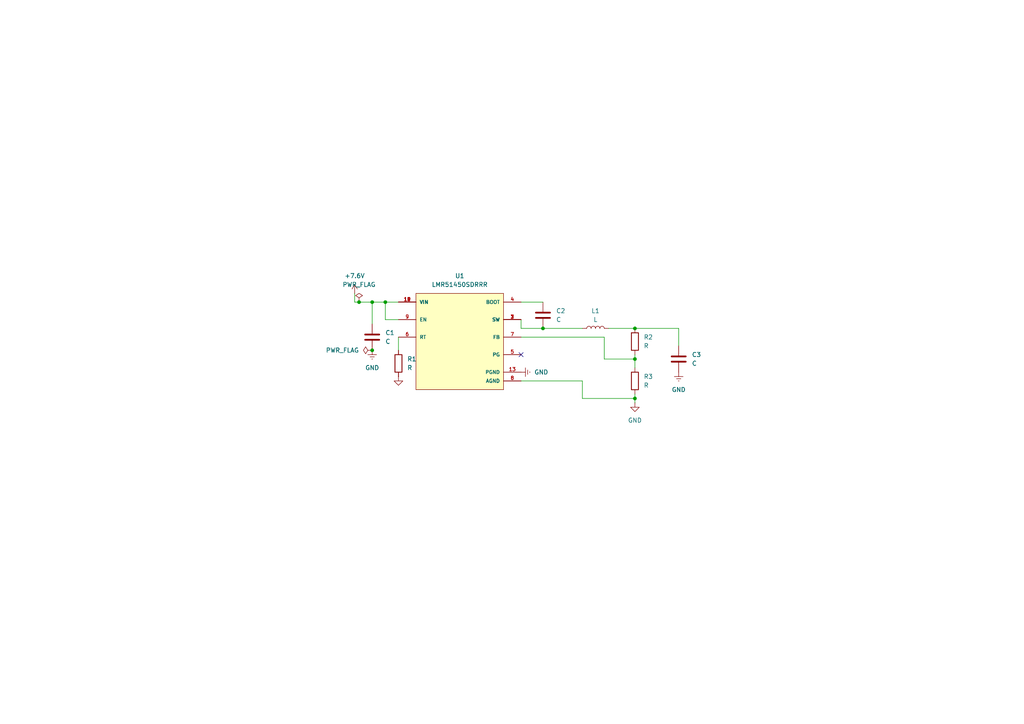
<source format=kicad_sch>
(kicad_sch
	(version 20250114)
	(generator "eeschema")
	(generator_version "9.0")
	(uuid "ca643df6-cff8-478f-916b-5c0b40a5fc37")
	(paper "A4")
	(lib_symbols
		(symbol "Device:C"
			(pin_numbers
				(hide yes)
			)
			(pin_names
				(offset 0.254)
			)
			(exclude_from_sim no)
			(in_bom yes)
			(on_board yes)
			(property "Reference" "C"
				(at 0.635 2.54 0)
				(effects
					(font
						(size 1.27 1.27)
					)
					(justify left)
				)
			)
			(property "Value" "C"
				(at 0.635 -2.54 0)
				(effects
					(font
						(size 1.27 1.27)
					)
					(justify left)
				)
			)
			(property "Footprint" ""
				(at 0.9652 -3.81 0)
				(effects
					(font
						(size 1.27 1.27)
					)
					(hide yes)
				)
			)
			(property "Datasheet" "~"
				(at 0 0 0)
				(effects
					(font
						(size 1.27 1.27)
					)
					(hide yes)
				)
			)
			(property "Description" "Unpolarized capacitor"
				(at 0 0 0)
				(effects
					(font
						(size 1.27 1.27)
					)
					(hide yes)
				)
			)
			(property "ki_keywords" "cap capacitor"
				(at 0 0 0)
				(effects
					(font
						(size 1.27 1.27)
					)
					(hide yes)
				)
			)
			(property "ki_fp_filters" "C_*"
				(at 0 0 0)
				(effects
					(font
						(size 1.27 1.27)
					)
					(hide yes)
				)
			)
			(symbol "C_0_1"
				(polyline
					(pts
						(xy -2.032 0.762) (xy 2.032 0.762)
					)
					(stroke
						(width 0.508)
						(type default)
					)
					(fill
						(type none)
					)
				)
				(polyline
					(pts
						(xy -2.032 -0.762) (xy 2.032 -0.762)
					)
					(stroke
						(width 0.508)
						(type default)
					)
					(fill
						(type none)
					)
				)
			)
			(symbol "C_1_1"
				(pin passive line
					(at 0 3.81 270)
					(length 2.794)
					(name "~"
						(effects
							(font
								(size 1.27 1.27)
							)
						)
					)
					(number "1"
						(effects
							(font
								(size 1.27 1.27)
							)
						)
					)
				)
				(pin passive line
					(at 0 -3.81 90)
					(length 2.794)
					(name "~"
						(effects
							(font
								(size 1.27 1.27)
							)
						)
					)
					(number "2"
						(effects
							(font
								(size 1.27 1.27)
							)
						)
					)
				)
			)
			(embedded_fonts no)
		)
		(symbol "Device:L"
			(pin_numbers
				(hide yes)
			)
			(pin_names
				(offset 1.016)
				(hide yes)
			)
			(exclude_from_sim no)
			(in_bom yes)
			(on_board yes)
			(property "Reference" "L"
				(at -1.27 0 90)
				(effects
					(font
						(size 1.27 1.27)
					)
				)
			)
			(property "Value" "L"
				(at 1.905 0 90)
				(effects
					(font
						(size 1.27 1.27)
					)
				)
			)
			(property "Footprint" ""
				(at 0 0 0)
				(effects
					(font
						(size 1.27 1.27)
					)
					(hide yes)
				)
			)
			(property "Datasheet" "~"
				(at 0 0 0)
				(effects
					(font
						(size 1.27 1.27)
					)
					(hide yes)
				)
			)
			(property "Description" "Inductor"
				(at 0 0 0)
				(effects
					(font
						(size 1.27 1.27)
					)
					(hide yes)
				)
			)
			(property "ki_keywords" "inductor choke coil reactor magnetic"
				(at 0 0 0)
				(effects
					(font
						(size 1.27 1.27)
					)
					(hide yes)
				)
			)
			(property "ki_fp_filters" "Choke_* *Coil* Inductor_* L_*"
				(at 0 0 0)
				(effects
					(font
						(size 1.27 1.27)
					)
					(hide yes)
				)
			)
			(symbol "L_0_1"
				(arc
					(start 0 2.54)
					(mid 0.6323 1.905)
					(end 0 1.27)
					(stroke
						(width 0)
						(type default)
					)
					(fill
						(type none)
					)
				)
				(arc
					(start 0 1.27)
					(mid 0.6323 0.635)
					(end 0 0)
					(stroke
						(width 0)
						(type default)
					)
					(fill
						(type none)
					)
				)
				(arc
					(start 0 0)
					(mid 0.6323 -0.635)
					(end 0 -1.27)
					(stroke
						(width 0)
						(type default)
					)
					(fill
						(type none)
					)
				)
				(arc
					(start 0 -1.27)
					(mid 0.6323 -1.905)
					(end 0 -2.54)
					(stroke
						(width 0)
						(type default)
					)
					(fill
						(type none)
					)
				)
			)
			(symbol "L_1_1"
				(pin passive line
					(at 0 3.81 270)
					(length 1.27)
					(name "1"
						(effects
							(font
								(size 1.27 1.27)
							)
						)
					)
					(number "1"
						(effects
							(font
								(size 1.27 1.27)
							)
						)
					)
				)
				(pin passive line
					(at 0 -3.81 90)
					(length 1.27)
					(name "2"
						(effects
							(font
								(size 1.27 1.27)
							)
						)
					)
					(number "2"
						(effects
							(font
								(size 1.27 1.27)
							)
						)
					)
				)
			)
			(embedded_fonts no)
		)
		(symbol "Device:R"
			(pin_numbers
				(hide yes)
			)
			(pin_names
				(offset 0)
			)
			(exclude_from_sim no)
			(in_bom yes)
			(on_board yes)
			(property "Reference" "R"
				(at 2.032 0 90)
				(effects
					(font
						(size 1.27 1.27)
					)
				)
			)
			(property "Value" "R"
				(at 0 0 90)
				(effects
					(font
						(size 1.27 1.27)
					)
				)
			)
			(property "Footprint" ""
				(at -1.778 0 90)
				(effects
					(font
						(size 1.27 1.27)
					)
					(hide yes)
				)
			)
			(property "Datasheet" "~"
				(at 0 0 0)
				(effects
					(font
						(size 1.27 1.27)
					)
					(hide yes)
				)
			)
			(property "Description" "Resistor"
				(at 0 0 0)
				(effects
					(font
						(size 1.27 1.27)
					)
					(hide yes)
				)
			)
			(property "ki_keywords" "R res resistor"
				(at 0 0 0)
				(effects
					(font
						(size 1.27 1.27)
					)
					(hide yes)
				)
			)
			(property "ki_fp_filters" "R_*"
				(at 0 0 0)
				(effects
					(font
						(size 1.27 1.27)
					)
					(hide yes)
				)
			)
			(symbol "R_0_1"
				(rectangle
					(start -1.016 -2.54)
					(end 1.016 2.54)
					(stroke
						(width 0.254)
						(type default)
					)
					(fill
						(type none)
					)
				)
			)
			(symbol "R_1_1"
				(pin passive line
					(at 0 3.81 270)
					(length 1.27)
					(name "~"
						(effects
							(font
								(size 1.27 1.27)
							)
						)
					)
					(number "1"
						(effects
							(font
								(size 1.27 1.27)
							)
						)
					)
				)
				(pin passive line
					(at 0 -3.81 90)
					(length 1.27)
					(name "~"
						(effects
							(font
								(size 1.27 1.27)
							)
						)
					)
					(number "2"
						(effects
							(font
								(size 1.27 1.27)
							)
						)
					)
				)
			)
			(embedded_fonts no)
		)
		(symbol "LMR51450SDRRR:LMR51450SDRRR"
			(pin_names
				(offset 1.016)
			)
			(exclude_from_sim no)
			(in_bom yes)
			(on_board yes)
			(property "Reference" "U"
				(at -12.7 13.335 0)
				(effects
					(font
						(size 1.27 1.27)
					)
					(justify left bottom)
				)
			)
			(property "Value" "LMR51450SDRRR"
				(at -12.7 -17.78 0)
				(effects
					(font
						(size 1.27 1.27)
					)
					(justify left bottom)
				)
			)
			(property "Footprint" "CONV_LMR51450SDRRR"
				(at 0 0 0)
				(effects
					(font
						(size 1.27 1.27)
					)
					(justify left bottom)
					(hide yes)
				)
			)
			(property "Datasheet" ""
				(at 0 0 0)
				(effects
					(font
						(size 1.27 1.27)
					)
					(justify left bottom)
					(hide yes)
				)
			)
			(property "Description" ""
				(at 0 0 0)
				(effects
					(font
						(size 1.27 1.27)
					)
					(hide yes)
				)
			)
			(property "MF" "Texas Instruments"
				(at 0 0 0)
				(effects
					(font
						(size 1.27 1.27)
					)
					(justify left bottom)
					(hide yes)
				)
			)
			(property "MAXIMUM_PACKAGE_HEIGHT" "0.80 mm"
				(at 0 0 0)
				(effects
					(font
						(size 1.27 1.27)
					)
					(justify left bottom)
					(hide yes)
				)
			)
			(property "Package" "WSON-12 Texas Instruments"
				(at 0 0 0)
				(effects
					(font
						(size 1.27 1.27)
					)
					(justify left bottom)
					(hide yes)
				)
			)
			(property "Price" "None"
				(at 0 0 0)
				(effects
					(font
						(size 1.27 1.27)
					)
					(justify left bottom)
					(hide yes)
				)
			)
			(property "Check_prices" "https://www.snapeda.com/parts/LMR51450SDRRR/Texas+Instruments/view-part/?ref=eda"
				(at 0 0 0)
				(effects
					(font
						(size 1.27 1.27)
					)
					(justify left bottom)
					(hide yes)
				)
			)
			(property "STANDARD" "Manufacturer Recommendations"
				(at 0 0 0)
				(effects
					(font
						(size 1.27 1.27)
					)
					(justify left bottom)
					(hide yes)
				)
			)
			(property "PARTREV" "December 2022"
				(at 0 0 0)
				(effects
					(font
						(size 1.27 1.27)
					)
					(justify left bottom)
					(hide yes)
				)
			)
			(property "SnapEDA_Link" "https://www.snapeda.com/parts/LMR51450SDRRR/Texas+Instruments/view-part/?ref=snap"
				(at 0 0 0)
				(effects
					(font
						(size 1.27 1.27)
					)
					(justify left bottom)
					(hide yes)
				)
			)
			(property "MP" "LMR51450SDRRR"
				(at 0 0 0)
				(effects
					(font
						(size 1.27 1.27)
					)
					(justify left bottom)
					(hide yes)
				)
			)
			(property "Description_1" "\\n                        \\n                            36-V, 5-A synchronous buck converter\\n                        \\n"
				(at 0 0 0)
				(effects
					(font
						(size 1.27 1.27)
					)
					(justify left bottom)
					(hide yes)
				)
			)
			(property "Availability" "In Stock"
				(at 0 0 0)
				(effects
					(font
						(size 1.27 1.27)
					)
					(justify left bottom)
					(hide yes)
				)
			)
			(property "MANUFACTURER" "Texas Instruments"
				(at 0 0 0)
				(effects
					(font
						(size 1.27 1.27)
					)
					(justify left bottom)
					(hide yes)
				)
			)
			(property "ki_locked" ""
				(at 0 0 0)
				(effects
					(font
						(size 1.27 1.27)
					)
				)
			)
			(symbol "LMR51450SDRRR_0_0"
				(rectangle
					(start -12.7 -15.24)
					(end 12.7 12.7)
					(stroke
						(width 0.1524)
						(type solid)
					)
					(fill
						(type background)
					)
				)
				(pin input line
					(at -17.78 10.16 0)
					(length 5.08)
					(name "VIN"
						(effects
							(font
								(size 1.016 1.016)
							)
						)
					)
					(number "10"
						(effects
							(font
								(size 1.016 1.016)
							)
						)
					)
				)
				(pin input line
					(at -17.78 10.16 0)
					(length 5.08)
					(name "VIN"
						(effects
							(font
								(size 1.016 1.016)
							)
						)
					)
					(number "11"
						(effects
							(font
								(size 1.016 1.016)
							)
						)
					)
				)
				(pin input line
					(at -17.78 10.16 0)
					(length 5.08)
					(name "VIN"
						(effects
							(font
								(size 1.016 1.016)
							)
						)
					)
					(number "12"
						(effects
							(font
								(size 1.016 1.016)
							)
						)
					)
				)
				(pin input line
					(at -17.78 5.08 0)
					(length 5.08)
					(name "EN"
						(effects
							(font
								(size 1.016 1.016)
							)
						)
					)
					(number "9"
						(effects
							(font
								(size 1.016 1.016)
							)
						)
					)
				)
				(pin input line
					(at -17.78 0 0)
					(length 5.08)
					(name "RT"
						(effects
							(font
								(size 1.016 1.016)
							)
						)
					)
					(number "6"
						(effects
							(font
								(size 1.016 1.016)
							)
						)
					)
				)
				(pin passive line
					(at 17.78 10.16 180)
					(length 5.08)
					(name "BOOT"
						(effects
							(font
								(size 1.016 1.016)
							)
						)
					)
					(number "4"
						(effects
							(font
								(size 1.016 1.016)
							)
						)
					)
				)
				(pin output line
					(at 17.78 5.08 180)
					(length 5.08)
					(name "SW"
						(effects
							(font
								(size 1.016 1.016)
							)
						)
					)
					(number "1"
						(effects
							(font
								(size 1.016 1.016)
							)
						)
					)
				)
				(pin output line
					(at 17.78 5.08 180)
					(length 5.08)
					(name "SW"
						(effects
							(font
								(size 1.016 1.016)
							)
						)
					)
					(number "2"
						(effects
							(font
								(size 1.016 1.016)
							)
						)
					)
				)
				(pin output line
					(at 17.78 5.08 180)
					(length 5.08)
					(name "SW"
						(effects
							(font
								(size 1.016 1.016)
							)
						)
					)
					(number "3"
						(effects
							(font
								(size 1.016 1.016)
							)
						)
					)
				)
				(pin input line
					(at 17.78 0 180)
					(length 5.08)
					(name "FB"
						(effects
							(font
								(size 1.016 1.016)
							)
						)
					)
					(number "7"
						(effects
							(font
								(size 1.016 1.016)
							)
						)
					)
				)
				(pin output line
					(at 17.78 -5.08 180)
					(length 5.08)
					(name "PG"
						(effects
							(font
								(size 1.016 1.016)
							)
						)
					)
					(number "5"
						(effects
							(font
								(size 1.016 1.016)
							)
						)
					)
				)
				(pin power_in line
					(at 17.78 -10.16 180)
					(length 5.08)
					(name "PGND"
						(effects
							(font
								(size 1.016 1.016)
							)
						)
					)
					(number "13"
						(effects
							(font
								(size 1.016 1.016)
							)
						)
					)
				)
				(pin power_in line
					(at 17.78 -12.7 180)
					(length 5.08)
					(name "AGND"
						(effects
							(font
								(size 1.016 1.016)
							)
						)
					)
					(number "8"
						(effects
							(font
								(size 1.016 1.016)
							)
						)
					)
				)
			)
			(embedded_fonts no)
		)
		(symbol "power:+7.5V"
			(power)
			(pin_numbers
				(hide yes)
			)
			(pin_names
				(offset 0)
				(hide yes)
			)
			(exclude_from_sim no)
			(in_bom yes)
			(on_board yes)
			(property "Reference" "#PWR"
				(at 0 -3.81 0)
				(effects
					(font
						(size 1.27 1.27)
					)
					(hide yes)
				)
			)
			(property "Value" "+7.5V"
				(at 0 3.556 0)
				(effects
					(font
						(size 1.27 1.27)
					)
				)
			)
			(property "Footprint" ""
				(at 0 0 0)
				(effects
					(font
						(size 1.27 1.27)
					)
					(hide yes)
				)
			)
			(property "Datasheet" ""
				(at 0 0 0)
				(effects
					(font
						(size 1.27 1.27)
					)
					(hide yes)
				)
			)
			(property "Description" "Power symbol creates a global label with name \"+7.5V\""
				(at 0 0 0)
				(effects
					(font
						(size 1.27 1.27)
					)
					(hide yes)
				)
			)
			(property "ki_keywords" "global power"
				(at 0 0 0)
				(effects
					(font
						(size 1.27 1.27)
					)
					(hide yes)
				)
			)
			(symbol "+7.5V_0_1"
				(polyline
					(pts
						(xy -0.762 1.27) (xy 0 2.54)
					)
					(stroke
						(width 0)
						(type default)
					)
					(fill
						(type none)
					)
				)
				(polyline
					(pts
						(xy 0 2.54) (xy 0.762 1.27)
					)
					(stroke
						(width 0)
						(type default)
					)
					(fill
						(type none)
					)
				)
				(polyline
					(pts
						(xy 0 0) (xy 0 2.54)
					)
					(stroke
						(width 0)
						(type default)
					)
					(fill
						(type none)
					)
				)
			)
			(symbol "+7.5V_1_1"
				(pin power_in line
					(at 0 0 90)
					(length 0)
					(name "~"
						(effects
							(font
								(size 1.27 1.27)
							)
						)
					)
					(number "1"
						(effects
							(font
								(size 1.27 1.27)
							)
						)
					)
				)
			)
			(embedded_fonts no)
		)
		(symbol "power:GND"
			(power)
			(pin_numbers
				(hide yes)
			)
			(pin_names
				(offset 0)
				(hide yes)
			)
			(exclude_from_sim no)
			(in_bom yes)
			(on_board yes)
			(property "Reference" "#PWR"
				(at 0 -6.35 0)
				(effects
					(font
						(size 1.27 1.27)
					)
					(hide yes)
				)
			)
			(property "Value" "GND"
				(at 0 -3.81 0)
				(effects
					(font
						(size 1.27 1.27)
					)
				)
			)
			(property "Footprint" ""
				(at 0 0 0)
				(effects
					(font
						(size 1.27 1.27)
					)
					(hide yes)
				)
			)
			(property "Datasheet" ""
				(at 0 0 0)
				(effects
					(font
						(size 1.27 1.27)
					)
					(hide yes)
				)
			)
			(property "Description" "Power symbol creates a global label with name \"GND\" , ground"
				(at 0 0 0)
				(effects
					(font
						(size 1.27 1.27)
					)
					(hide yes)
				)
			)
			(property "ki_keywords" "global power"
				(at 0 0 0)
				(effects
					(font
						(size 1.27 1.27)
					)
					(hide yes)
				)
			)
			(symbol "GND_0_1"
				(polyline
					(pts
						(xy 0 0) (xy 0 -1.27) (xy 1.27 -1.27) (xy 0 -2.54) (xy -1.27 -1.27) (xy 0 -1.27)
					)
					(stroke
						(width 0)
						(type default)
					)
					(fill
						(type none)
					)
				)
			)
			(symbol "GND_1_1"
				(pin power_in line
					(at 0 0 270)
					(length 0)
					(name "~"
						(effects
							(font
								(size 1.27 1.27)
							)
						)
					)
					(number "1"
						(effects
							(font
								(size 1.27 1.27)
							)
						)
					)
				)
			)
			(embedded_fonts no)
		)
		(symbol "power:GNDREF"
			(power)
			(pin_numbers
				(hide yes)
			)
			(pin_names
				(offset 0)
				(hide yes)
			)
			(exclude_from_sim no)
			(in_bom yes)
			(on_board yes)
			(property "Reference" "#PWR"
				(at 0 -6.35 0)
				(effects
					(font
						(size 1.27 1.27)
					)
					(hide yes)
				)
			)
			(property "Value" "GNDREF"
				(at 0 -3.81 0)
				(effects
					(font
						(size 1.27 1.27)
					)
				)
			)
			(property "Footprint" ""
				(at 0 0 0)
				(effects
					(font
						(size 1.27 1.27)
					)
					(hide yes)
				)
			)
			(property "Datasheet" ""
				(at 0 0 0)
				(effects
					(font
						(size 1.27 1.27)
					)
					(hide yes)
				)
			)
			(property "Description" "Power symbol creates a global label with name \"GNDREF\" , reference supply ground"
				(at 0 0 0)
				(effects
					(font
						(size 1.27 1.27)
					)
					(hide yes)
				)
			)
			(property "ki_keywords" "global power"
				(at 0 0 0)
				(effects
					(font
						(size 1.27 1.27)
					)
					(hide yes)
				)
			)
			(symbol "GNDREF_0_1"
				(polyline
					(pts
						(xy -0.635 -1.905) (xy 0.635 -1.905)
					)
					(stroke
						(width 0)
						(type default)
					)
					(fill
						(type none)
					)
				)
				(polyline
					(pts
						(xy -0.127 -2.54) (xy 0.127 -2.54)
					)
					(stroke
						(width 0)
						(type default)
					)
					(fill
						(type none)
					)
				)
				(polyline
					(pts
						(xy 0 -1.27) (xy 0 0)
					)
					(stroke
						(width 0)
						(type default)
					)
					(fill
						(type none)
					)
				)
				(polyline
					(pts
						(xy 1.27 -1.27) (xy -1.27 -1.27)
					)
					(stroke
						(width 0)
						(type default)
					)
					(fill
						(type none)
					)
				)
			)
			(symbol "GNDREF_1_1"
				(pin power_in line
					(at 0 0 270)
					(length 0)
					(name "~"
						(effects
							(font
								(size 1.27 1.27)
							)
						)
					)
					(number "1"
						(effects
							(font
								(size 1.27 1.27)
							)
						)
					)
				)
			)
			(embedded_fonts no)
		)
		(symbol "power:PWR_FLAG"
			(power)
			(pin_numbers
				(hide yes)
			)
			(pin_names
				(offset 0)
				(hide yes)
			)
			(exclude_from_sim no)
			(in_bom yes)
			(on_board yes)
			(property "Reference" "#FLG"
				(at 0 1.905 0)
				(effects
					(font
						(size 1.27 1.27)
					)
					(hide yes)
				)
			)
			(property "Value" "PWR_FLAG"
				(at 0 3.81 0)
				(effects
					(font
						(size 1.27 1.27)
					)
				)
			)
			(property "Footprint" ""
				(at 0 0 0)
				(effects
					(font
						(size 1.27 1.27)
					)
					(hide yes)
				)
			)
			(property "Datasheet" "~"
				(at 0 0 0)
				(effects
					(font
						(size 1.27 1.27)
					)
					(hide yes)
				)
			)
			(property "Description" "Special symbol for telling ERC where power comes from"
				(at 0 0 0)
				(effects
					(font
						(size 1.27 1.27)
					)
					(hide yes)
				)
			)
			(property "ki_keywords" "flag power"
				(at 0 0 0)
				(effects
					(font
						(size 1.27 1.27)
					)
					(hide yes)
				)
			)
			(symbol "PWR_FLAG_0_0"
				(pin power_out line
					(at 0 0 90)
					(length 0)
					(name "~"
						(effects
							(font
								(size 1.27 1.27)
							)
						)
					)
					(number "1"
						(effects
							(font
								(size 1.27 1.27)
							)
						)
					)
				)
			)
			(symbol "PWR_FLAG_0_1"
				(polyline
					(pts
						(xy 0 0) (xy 0 1.27) (xy -1.016 1.905) (xy 0 2.54) (xy 1.016 1.905) (xy 0 1.27)
					)
					(stroke
						(width 0)
						(type default)
					)
					(fill
						(type none)
					)
				)
			)
			(embedded_fonts no)
		)
	)
	(junction
		(at 107.95 101.6)
		(diameter 0)
		(color 0 0 0 0)
		(uuid "183b8c45-2cd4-48cb-aa83-864598648912")
	)
	(junction
		(at 111.76 87.63)
		(diameter 0)
		(color 0 0 0 0)
		(uuid "438cc978-9191-421d-b09b-dbb2633d8e44")
	)
	(junction
		(at 104.14 87.63)
		(diameter 0)
		(color 0 0 0 0)
		(uuid "6077faea-7d36-4e2b-a8b6-582a7de7f6de")
	)
	(junction
		(at 184.15 104.14)
		(diameter 0)
		(color 0 0 0 0)
		(uuid "75bc1807-ce89-437b-a518-7573fb505aee")
	)
	(junction
		(at 157.48 95.25)
		(diameter 0)
		(color 0 0 0 0)
		(uuid "8f3ee206-a4f0-43d8-b647-0ad6273a3c39")
	)
	(junction
		(at 184.15 95.25)
		(diameter 0)
		(color 0 0 0 0)
		(uuid "a1045468-1002-4080-964e-c5912985320e")
	)
	(junction
		(at 184.15 115.57)
		(diameter 0)
		(color 0 0 0 0)
		(uuid "a51489d5-0944-45bf-bf66-a3922df4d20a")
	)
	(junction
		(at 107.95 87.63)
		(diameter 0)
		(color 0 0 0 0)
		(uuid "d5093719-fed8-437e-97da-5e6f4351b4d1")
	)
	(no_connect
		(at 151.13 102.87)
		(uuid "48d22bb4-71a3-405c-8bcf-89cc8ff9b285")
	)
	(wire
		(pts
			(xy 157.48 95.25) (xy 168.91 95.25)
		)
		(stroke
			(width 0)
			(type default)
		)
		(uuid "13dd4446-87ac-4eeb-b5a6-0a6dec79e54e")
	)
	(wire
		(pts
			(xy 151.13 87.63) (xy 157.48 87.63)
		)
		(stroke
			(width 0)
			(type default)
		)
		(uuid "2e5487e8-7f70-46eb-8d9a-b587438869ec")
	)
	(wire
		(pts
			(xy 175.26 104.14) (xy 184.15 104.14)
		)
		(stroke
			(width 0)
			(type default)
		)
		(uuid "342690a6-8305-4de2-a78f-fe29d9ad545f")
	)
	(wire
		(pts
			(xy 184.15 106.68) (xy 184.15 104.14)
		)
		(stroke
			(width 0)
			(type default)
		)
		(uuid "450917f5-da64-43c1-bc0f-b97e6962ba28")
	)
	(wire
		(pts
			(xy 176.53 95.25) (xy 184.15 95.25)
		)
		(stroke
			(width 0)
			(type default)
		)
		(uuid "4e75545b-e416-4322-b0e8-66f26c35c0c6")
	)
	(wire
		(pts
			(xy 107.95 87.63) (xy 107.95 93.98)
		)
		(stroke
			(width 0)
			(type default)
		)
		(uuid "51f57556-52a6-4680-bf5b-0f0a07fdfd02")
	)
	(wire
		(pts
			(xy 107.95 87.63) (xy 111.76 87.63)
		)
		(stroke
			(width 0)
			(type default)
		)
		(uuid "59f2ba31-9d10-4198-8678-1b131c7d752b")
	)
	(wire
		(pts
			(xy 115.57 97.79) (xy 115.57 101.6)
		)
		(stroke
			(width 0)
			(type default)
		)
		(uuid "5a53b5ea-80ef-4025-a0ef-f7d897720779")
	)
	(wire
		(pts
			(xy 151.13 97.79) (xy 175.26 97.79)
		)
		(stroke
			(width 0)
			(type default)
		)
		(uuid "5d06da74-78db-4f16-a29c-6f2c1a2e2dfc")
	)
	(wire
		(pts
			(xy 115.57 92.71) (xy 111.76 92.71)
		)
		(stroke
			(width 0)
			(type default)
		)
		(uuid "64782972-0498-4f5e-af8a-bc3baf5498f1")
	)
	(wire
		(pts
			(xy 102.87 85.09) (xy 102.87 87.63)
		)
		(stroke
			(width 0)
			(type default)
		)
		(uuid "7d45edca-c216-4db4-b765-cd452cb2ea5c")
	)
	(wire
		(pts
			(xy 151.13 110.49) (xy 168.91 110.49)
		)
		(stroke
			(width 0)
			(type default)
		)
		(uuid "7fab92ed-1456-446e-88b9-f392cc499cbd")
	)
	(wire
		(pts
			(xy 175.26 97.79) (xy 175.26 104.14)
		)
		(stroke
			(width 0)
			(type default)
		)
		(uuid "83c49185-eaeb-443a-a8c0-39d0fced3edf")
	)
	(wire
		(pts
			(xy 184.15 104.14) (xy 184.15 102.87)
		)
		(stroke
			(width 0)
			(type default)
		)
		(uuid "91357885-b20a-4847-981e-c46c02a0804e")
	)
	(wire
		(pts
			(xy 184.15 95.25) (xy 196.85 95.25)
		)
		(stroke
			(width 0)
			(type default)
		)
		(uuid "a5b730b6-0f7c-4067-8392-337d246b773f")
	)
	(wire
		(pts
			(xy 151.13 92.71) (xy 151.13 95.25)
		)
		(stroke
			(width 0)
			(type default)
		)
		(uuid "b4bf61be-7964-4433-80e8-55b6db756179")
	)
	(wire
		(pts
			(xy 168.91 115.57) (xy 184.15 115.57)
		)
		(stroke
			(width 0)
			(type default)
		)
		(uuid "b7682a6b-baaa-4ead-8d58-34ce9003ec39")
	)
	(wire
		(pts
			(xy 111.76 87.63) (xy 115.57 87.63)
		)
		(stroke
			(width 0)
			(type default)
		)
		(uuid "bbe357a3-1e0a-48a5-8d21-00f1053621e7")
	)
	(wire
		(pts
			(xy 111.76 87.63) (xy 111.76 92.71)
		)
		(stroke
			(width 0)
			(type default)
		)
		(uuid "ca1c35bf-ca99-4b62-a399-73643ae4fd25")
	)
	(wire
		(pts
			(xy 151.13 95.25) (xy 157.48 95.25)
		)
		(stroke
			(width 0)
			(type default)
		)
		(uuid "d8388b22-e5c3-4f54-ba69-4e6512976524")
	)
	(wire
		(pts
			(xy 196.85 95.25) (xy 196.85 100.33)
		)
		(stroke
			(width 0)
			(type default)
		)
		(uuid "ee569fe3-5e6a-4bd9-b9bb-9387a2946e27")
	)
	(wire
		(pts
			(xy 104.14 87.63) (xy 107.95 87.63)
		)
		(stroke
			(width 0)
			(type default)
		)
		(uuid "f17b0eb4-98ea-4526-b63c-b9d12eb83afe")
	)
	(wire
		(pts
			(xy 168.91 110.49) (xy 168.91 115.57)
		)
		(stroke
			(width 0)
			(type default)
		)
		(uuid "f2fd93cc-a499-4744-abe6-6f27f8f5c40b")
	)
	(wire
		(pts
			(xy 102.87 87.63) (xy 104.14 87.63)
		)
		(stroke
			(width 0)
			(type default)
		)
		(uuid "fea19224-f819-4226-b480-091150072a22")
	)
	(wire
		(pts
			(xy 184.15 115.57) (xy 184.15 114.3)
		)
		(stroke
			(width 0)
			(type default)
		)
		(uuid "ffa45d03-023c-48e4-a9ce-3e95317b7a72")
	)
	(wire
		(pts
			(xy 184.15 116.84) (xy 184.15 115.57)
		)
		(stroke
			(width 0)
			(type default)
		)
		(uuid "fff2780d-f52f-49be-8449-55a7efcca110")
	)
	(symbol
		(lib_id "power:GNDREF")
		(at 151.13 107.95 90)
		(unit 1)
		(exclude_from_sim no)
		(in_bom yes)
		(on_board yes)
		(dnp no)
		(fields_autoplaced yes)
		(uuid "0b387eb1-4ea1-4e0c-b0c2-462788a5f939")
		(property "Reference" "#PWR04"
			(at 157.48 107.95 0)
			(effects
				(font
					(size 1.27 1.27)
				)
				(hide yes)
			)
		)
		(property "Value" "GND"
			(at 154.94 107.9499 90)
			(effects
				(font
					(size 1.27 1.27)
				)
				(justify right)
			)
		)
		(property "Footprint" ""
			(at 151.13 107.95 0)
			(effects
				(font
					(size 1.27 1.27)
				)
				(hide yes)
			)
		)
		(property "Datasheet" ""
			(at 151.13 107.95 0)
			(effects
				(font
					(size 1.27 1.27)
				)
				(hide yes)
			)
		)
		(property "Description" "Power symbol creates a global label with name \"GNDREF\" , reference supply ground"
			(at 151.13 107.95 0)
			(effects
				(font
					(size 1.27 1.27)
				)
				(hide yes)
			)
		)
		(pin "1"
			(uuid "8bdc17b8-b9e2-4e60-9313-c40c7f7ad80f")
		)
		(instances
			(project "gsm module"
				(path "/ca643df6-cff8-478f-916b-5c0b40a5fc37"
					(reference "#PWR04")
					(unit 1)
				)
			)
		)
	)
	(symbol
		(lib_id "Device:C")
		(at 157.48 91.44 0)
		(unit 1)
		(exclude_from_sim no)
		(in_bom yes)
		(on_board yes)
		(dnp no)
		(fields_autoplaced yes)
		(uuid "1c85975e-0a45-43c1-943d-4846ded04b82")
		(property "Reference" "C2"
			(at 161.29 90.1699 0)
			(effects
				(font
					(size 1.27 1.27)
				)
				(justify left)
			)
		)
		(property "Value" "C"
			(at 161.29 92.7099 0)
			(effects
				(font
					(size 1.27 1.27)
				)
				(justify left)
			)
		)
		(property "Footprint" "Capacitor_SMD:C_0201_0603Metric"
			(at 158.4452 95.25 0)
			(effects
				(font
					(size 1.27 1.27)
				)
				(hide yes)
			)
		)
		(property "Datasheet" "~"
			(at 157.48 91.44 0)
			(effects
				(font
					(size 1.27 1.27)
				)
				(hide yes)
			)
		)
		(property "Description" "Unpolarized capacitor"
			(at 157.48 91.44 0)
			(effects
				(font
					(size 1.27 1.27)
				)
				(hide yes)
			)
		)
		(pin "2"
			(uuid "15fb4850-ec8e-40ec-a011-063ba862b4b0")
		)
		(pin "1"
			(uuid "0301d90a-7270-4306-969d-d628e216b2cf")
		)
		(instances
			(project ""
				(path "/ca643df6-cff8-478f-916b-5c0b40a5fc37"
					(reference "C2")
					(unit 1)
				)
			)
		)
	)
	(symbol
		(lib_id "Device:C")
		(at 196.85 104.14 0)
		(unit 1)
		(exclude_from_sim no)
		(in_bom yes)
		(on_board yes)
		(dnp no)
		(fields_autoplaced yes)
		(uuid "22bd13de-47f8-47c1-97ed-9d243b8d47f0")
		(property "Reference" "C3"
			(at 200.66 102.8699 0)
			(effects
				(font
					(size 1.27 1.27)
				)
				(justify left)
			)
		)
		(property "Value" "C"
			(at 200.66 105.4099 0)
			(effects
				(font
					(size 1.27 1.27)
				)
				(justify left)
			)
		)
		(property "Footprint" "Capacitor_SMD:C_0201_0603Metric"
			(at 197.8152 107.95 0)
			(effects
				(font
					(size 1.27 1.27)
				)
				(hide yes)
			)
		)
		(property "Datasheet" "~"
			(at 196.85 104.14 0)
			(effects
				(font
					(size 1.27 1.27)
				)
				(hide yes)
			)
		)
		(property "Description" "Unpolarized capacitor"
			(at 196.85 104.14 0)
			(effects
				(font
					(size 1.27 1.27)
				)
				(hide yes)
			)
		)
		(pin "1"
			(uuid "3bd2f95e-9015-4943-8feb-a4e6850161d1")
		)
		(pin "2"
			(uuid "5cd18638-622c-4d31-8e52-05b36676c634")
		)
		(instances
			(project ""
				(path "/ca643df6-cff8-478f-916b-5c0b40a5fc37"
					(reference "C3")
					(unit 1)
				)
			)
		)
	)
	(symbol
		(lib_id "Device:R")
		(at 184.15 110.49 0)
		(unit 1)
		(exclude_from_sim no)
		(in_bom yes)
		(on_board yes)
		(dnp no)
		(fields_autoplaced yes)
		(uuid "4a3def4e-b31d-4a25-9c60-40b3014708af")
		(property "Reference" "R3"
			(at 186.69 109.2199 0)
			(effects
				(font
					(size 1.27 1.27)
				)
				(justify left)
			)
		)
		(property "Value" "R"
			(at 186.69 111.7599 0)
			(effects
				(font
					(size 1.27 1.27)
				)
				(justify left)
			)
		)
		(property "Footprint" "Resistor_SMD:R_0201_0603Metric"
			(at 182.372 110.49 90)
			(effects
				(font
					(size 1.27 1.27)
				)
				(hide yes)
			)
		)
		(property "Datasheet" "~"
			(at 184.15 110.49 0)
			(effects
				(font
					(size 1.27 1.27)
				)
				(hide yes)
			)
		)
		(property "Description" "Resistor"
			(at 184.15 110.49 0)
			(effects
				(font
					(size 1.27 1.27)
				)
				(hide yes)
			)
		)
		(pin "2"
			(uuid "bcc1c7d9-8017-4a0b-b3d9-e3bad8139d97")
		)
		(pin "1"
			(uuid "da6b695b-15c1-4760-8a64-f6b869b07517")
		)
		(instances
			(project ""
				(path "/ca643df6-cff8-478f-916b-5c0b40a5fc37"
					(reference "R3")
					(unit 1)
				)
			)
		)
	)
	(symbol
		(lib_id "Device:C")
		(at 107.95 97.79 0)
		(unit 1)
		(exclude_from_sim no)
		(in_bom yes)
		(on_board yes)
		(dnp no)
		(fields_autoplaced yes)
		(uuid "588a49cd-3e87-4961-b562-44281b2705e3")
		(property "Reference" "C1"
			(at 111.76 96.5199 0)
			(effects
				(font
					(size 1.27 1.27)
				)
				(justify left)
			)
		)
		(property "Value" "C"
			(at 111.76 99.0599 0)
			(effects
				(font
					(size 1.27 1.27)
				)
				(justify left)
			)
		)
		(property "Footprint" "Capacitor_SMD:C_0201_0603Metric"
			(at 108.9152 101.6 0)
			(effects
				(font
					(size 1.27 1.27)
				)
				(hide yes)
			)
		)
		(property "Datasheet" "~"
			(at 107.95 97.79 0)
			(effects
				(font
					(size 1.27 1.27)
				)
				(hide yes)
			)
		)
		(property "Description" "Unpolarized capacitor"
			(at 107.95 97.79 0)
			(effects
				(font
					(size 1.27 1.27)
				)
				(hide yes)
			)
		)
		(pin "1"
			(uuid "76594793-4a6f-46fd-9e15-3a652b4ad239")
		)
		(pin "2"
			(uuid "3a41c69f-273e-4b66-9c52-5998b8b37aa9")
		)
		(instances
			(project ""
				(path "/ca643df6-cff8-478f-916b-5c0b40a5fc37"
					(reference "C1")
					(unit 1)
				)
			)
		)
	)
	(symbol
		(lib_id "power:GND")
		(at 115.57 109.22 0)
		(unit 1)
		(exclude_from_sim no)
		(in_bom yes)
		(on_board yes)
		(dnp no)
		(fields_autoplaced yes)
		(uuid "9e1c56cb-2011-448a-b06f-a2564c8032d2")
		(property "Reference" "#PWR03"
			(at 115.57 115.57 0)
			(effects
				(font
					(size 1.27 1.27)
				)
				(hide yes)
			)
		)
		(property "Value" "GND"
			(at 115.57 114.3 0)
			(effects
				(font
					(size 1.27 1.27)
				)
				(hide yes)
			)
		)
		(property "Footprint" ""
			(at 115.57 109.22 0)
			(effects
				(font
					(size 1.27 1.27)
				)
				(hide yes)
			)
		)
		(property "Datasheet" ""
			(at 115.57 109.22 0)
			(effects
				(font
					(size 1.27 1.27)
				)
				(hide yes)
			)
		)
		(property "Description" "Power symbol creates a global label with name \"GND\" , ground"
			(at 115.57 109.22 0)
			(effects
				(font
					(size 1.27 1.27)
				)
				(hide yes)
			)
		)
		(pin "1"
			(uuid "e2216e5d-3933-436f-aaca-5bdfd32f33e6")
		)
		(instances
			(project ""
				(path "/ca643df6-cff8-478f-916b-5c0b40a5fc37"
					(reference "#PWR03")
					(unit 1)
				)
			)
		)
	)
	(symbol
		(lib_id "power:PWR_FLAG")
		(at 104.14 87.63 0)
		(unit 1)
		(exclude_from_sim no)
		(in_bom yes)
		(on_board yes)
		(dnp no)
		(fields_autoplaced yes)
		(uuid "a58090e9-1db4-4204-974b-6ff55fe000fa")
		(property "Reference" "#FLG01"
			(at 104.14 85.725 0)
			(effects
				(font
					(size 1.27 1.27)
				)
				(hide yes)
			)
		)
		(property "Value" "PWR_FLAG"
			(at 104.14 82.55 0)
			(effects
				(font
					(size 1.27 1.27)
				)
			)
		)
		(property "Footprint" ""
			(at 104.14 87.63 0)
			(effects
				(font
					(size 1.27 1.27)
				)
				(hide yes)
			)
		)
		(property "Datasheet" "~"
			(at 104.14 87.63 0)
			(effects
				(font
					(size 1.27 1.27)
				)
				(hide yes)
			)
		)
		(property "Description" "Special symbol for telling ERC where power comes from"
			(at 104.14 87.63 0)
			(effects
				(font
					(size 1.27 1.27)
				)
				(hide yes)
			)
		)
		(pin "1"
			(uuid "5677b141-fdd4-4cfd-8615-b654e1469a6c")
		)
		(instances
			(project ""
				(path "/ca643df6-cff8-478f-916b-5c0b40a5fc37"
					(reference "#FLG01")
					(unit 1)
				)
			)
		)
	)
	(symbol
		(lib_id "power:PWR_FLAG")
		(at 107.95 101.6 90)
		(unit 1)
		(exclude_from_sim no)
		(in_bom yes)
		(on_board yes)
		(dnp no)
		(fields_autoplaced yes)
		(uuid "b3bed57b-ea58-41e5-b425-446ba3901763")
		(property "Reference" "#FLG02"
			(at 106.045 101.6 0)
			(effects
				(font
					(size 1.27 1.27)
				)
				(hide yes)
			)
		)
		(property "Value" "PWR_FLAG"
			(at 104.14 101.5999 90)
			(effects
				(font
					(size 1.27 1.27)
				)
				(justify left)
			)
		)
		(property "Footprint" ""
			(at 107.95 101.6 0)
			(effects
				(font
					(size 1.27 1.27)
				)
				(hide yes)
			)
		)
		(property "Datasheet" "~"
			(at 107.95 101.6 0)
			(effects
				(font
					(size 1.27 1.27)
				)
				(hide yes)
			)
		)
		(property "Description" "Special symbol for telling ERC where power comes from"
			(at 107.95 101.6 0)
			(effects
				(font
					(size 1.27 1.27)
				)
				(hide yes)
			)
		)
		(pin "1"
			(uuid "82125322-eea5-44a9-b5a8-7329e7c224a4")
		)
		(instances
			(project "gsm module"
				(path "/ca643df6-cff8-478f-916b-5c0b40a5fc37"
					(reference "#FLG02")
					(unit 1)
				)
			)
		)
	)
	(symbol
		(lib_id "power:GND")
		(at 184.15 116.84 0)
		(unit 1)
		(exclude_from_sim no)
		(in_bom yes)
		(on_board yes)
		(dnp no)
		(fields_autoplaced yes)
		(uuid "c806d0d6-2e51-4e25-9f51-986461d6b61a")
		(property "Reference" "#PWR05"
			(at 184.15 123.19 0)
			(effects
				(font
					(size 1.27 1.27)
				)
				(hide yes)
			)
		)
		(property "Value" "GND"
			(at 184.15 121.92 0)
			(effects
				(font
					(size 1.27 1.27)
				)
			)
		)
		(property "Footprint" ""
			(at 184.15 116.84 0)
			(effects
				(font
					(size 1.27 1.27)
				)
				(hide yes)
			)
		)
		(property "Datasheet" ""
			(at 184.15 116.84 0)
			(effects
				(font
					(size 1.27 1.27)
				)
				(hide yes)
			)
		)
		(property "Description" "Power symbol creates a global label with name \"GND\" , ground"
			(at 184.15 116.84 0)
			(effects
				(font
					(size 1.27 1.27)
				)
				(hide yes)
			)
		)
		(pin "1"
			(uuid "dbffe711-4d6b-459e-bdb5-126a9e862e01")
		)
		(instances
			(project ""
				(path "/ca643df6-cff8-478f-916b-5c0b40a5fc37"
					(reference "#PWR05")
					(unit 1)
				)
			)
		)
	)
	(symbol
		(lib_id "power:GNDREF")
		(at 196.85 107.95 0)
		(unit 1)
		(exclude_from_sim no)
		(in_bom yes)
		(on_board yes)
		(dnp no)
		(fields_autoplaced yes)
		(uuid "e25aa4f5-1c16-4262-b69f-be984783c63b")
		(property "Reference" "#PWR06"
			(at 196.85 114.3 0)
			(effects
				(font
					(size 1.27 1.27)
				)
				(hide yes)
			)
		)
		(property "Value" "GND"
			(at 196.85 113.03 0)
			(effects
				(font
					(size 1.27 1.27)
				)
			)
		)
		(property "Footprint" ""
			(at 196.85 107.95 0)
			(effects
				(font
					(size 1.27 1.27)
				)
				(hide yes)
			)
		)
		(property "Datasheet" ""
			(at 196.85 107.95 0)
			(effects
				(font
					(size 1.27 1.27)
				)
				(hide yes)
			)
		)
		(property "Description" "Power symbol creates a global label with name \"GNDREF\" , reference supply ground"
			(at 196.85 107.95 0)
			(effects
				(font
					(size 1.27 1.27)
				)
				(hide yes)
			)
		)
		(pin "1"
			(uuid "ad60755a-aecd-406e-b39b-9a9b38103236")
		)
		(instances
			(project ""
				(path "/ca643df6-cff8-478f-916b-5c0b40a5fc37"
					(reference "#PWR06")
					(unit 1)
				)
			)
		)
	)
	(symbol
		(lib_id "Device:L")
		(at 172.72 95.25 90)
		(unit 1)
		(exclude_from_sim no)
		(in_bom yes)
		(on_board yes)
		(dnp no)
		(fields_autoplaced yes)
		(uuid "e38bed74-b748-4d43-aa7d-3a36117a326b")
		(property "Reference" "L1"
			(at 172.72 90.17 90)
			(effects
				(font
					(size 1.27 1.27)
				)
			)
		)
		(property "Value" "L"
			(at 172.72 92.71 90)
			(effects
				(font
					(size 1.27 1.27)
				)
			)
		)
		(property "Footprint" "Inductor_SMD:L_0201_0603Metric"
			(at 172.72 95.25 0)
			(effects
				(font
					(size 1.27 1.27)
				)
				(hide yes)
			)
		)
		(property "Datasheet" "~"
			(at 172.72 95.25 0)
			(effects
				(font
					(size 1.27 1.27)
				)
				(hide yes)
			)
		)
		(property "Description" "Inductor"
			(at 172.72 95.25 0)
			(effects
				(font
					(size 1.27 1.27)
				)
				(hide yes)
			)
		)
		(pin "2"
			(uuid "123da9bb-1139-4b35-b33b-5a6d8f3b1482")
		)
		(pin "1"
			(uuid "be808935-8d45-4c45-9da5-8aab6a044f68")
		)
		(instances
			(project ""
				(path "/ca643df6-cff8-478f-916b-5c0b40a5fc37"
					(reference "L1")
					(unit 1)
				)
			)
		)
	)
	(symbol
		(lib_id "LMR51450SDRRR:LMR51450SDRRR")
		(at 133.35 97.79 0)
		(unit 1)
		(exclude_from_sim no)
		(in_bom yes)
		(on_board yes)
		(dnp no)
		(fields_autoplaced yes)
		(uuid "e8fcaf4e-25cf-4db7-b951-eaaf31fd7c50")
		(property "Reference" "U1"
			(at 133.35 80.01 0)
			(effects
				(font
					(size 1.27 1.27)
				)
			)
		)
		(property "Value" "LMR51450SDRRR"
			(at 133.35 82.55 0)
			(effects
				(font
					(size 1.27 1.27)
				)
			)
		)
		(property "Footprint" "shrii:lmr"
			(at 133.35 97.79 0)
			(effects
				(font
					(size 1.27 1.27)
				)
				(justify left bottom)
				(hide yes)
			)
		)
		(property "Datasheet" ""
			(at 133.35 97.79 0)
			(effects
				(font
					(size 1.27 1.27)
				)
				(justify left bottom)
				(hide yes)
			)
		)
		(property "Description" ""
			(at 133.35 97.79 0)
			(effects
				(font
					(size 1.27 1.27)
				)
				(hide yes)
			)
		)
		(property "MF" "Texas Instruments"
			(at 133.35 97.79 0)
			(effects
				(font
					(size 1.27 1.27)
				)
				(justify left bottom)
				(hide yes)
			)
		)
		(property "MAXIMUM_PACKAGE_HEIGHT" "0.80 mm"
			(at 133.35 97.79 0)
			(effects
				(font
					(size 1.27 1.27)
				)
				(justify left bottom)
				(hide yes)
			)
		)
		(property "Package" "WSON-12 Texas Instruments"
			(at 133.35 97.79 0)
			(effects
				(font
					(size 1.27 1.27)
				)
				(justify left bottom)
				(hide yes)
			)
		)
		(property "Price" "None"
			(at 133.35 97.79 0)
			(effects
				(font
					(size 1.27 1.27)
				)
				(justify left bottom)
				(hide yes)
			)
		)
		(property "Check_prices" "https://www.snapeda.com/parts/LMR51450SDRRR/Texas+Instruments/view-part/?ref=eda"
			(at 133.35 97.79 0)
			(effects
				(font
					(size 1.27 1.27)
				)
				(justify left bottom)
				(hide yes)
			)
		)
		(property "STANDARD" "Manufacturer Recommendations"
			(at 133.35 97.79 0)
			(effects
				(font
					(size 1.27 1.27)
				)
				(justify left bottom)
				(hide yes)
			)
		)
		(property "PARTREV" "December 2022"
			(at 133.35 97.79 0)
			(effects
				(font
					(size 1.27 1.27)
				)
				(justify left bottom)
				(hide yes)
			)
		)
		(property "SnapEDA_Link" "https://www.snapeda.com/parts/LMR51450SDRRR/Texas+Instruments/view-part/?ref=snap"
			(at 133.35 97.79 0)
			(effects
				(font
					(size 1.27 1.27)
				)
				(justify left bottom)
				(hide yes)
			)
		)
		(property "MP" "LMR51450SDRRR"
			(at 133.35 97.79 0)
			(effects
				(font
					(size 1.27 1.27)
				)
				(justify left bottom)
				(hide yes)
			)
		)
		(property "Description_1" "\\n                        \\n                            36-V, 5-A synchronous buck converter\\n                        \\n"
			(at 133.35 97.79 0)
			(effects
				(font
					(size 1.27 1.27)
				)
				(justify left bottom)
				(hide yes)
			)
		)
		(property "Availability" "In Stock"
			(at 133.35 97.79 0)
			(effects
				(font
					(size 1.27 1.27)
				)
				(justify left bottom)
				(hide yes)
			)
		)
		(property "MANUFACTURER" "Texas Instruments"
			(at 133.35 97.79 0)
			(effects
				(font
					(size 1.27 1.27)
				)
				(justify left bottom)
				(hide yes)
			)
		)
		(pin "10"
			(uuid "721dea97-96a7-4dc3-baf7-ad1f8e3ec258")
		)
		(pin "9"
			(uuid "38ad2773-4545-4a76-84da-4b5f631eb55a")
		)
		(pin "7"
			(uuid "35712ccc-a8f6-445b-81e1-b0b13935e917")
		)
		(pin "8"
			(uuid "adef6e66-9e6c-4315-8309-e247d8312a38")
		)
		(pin "3"
			(uuid "7bfd62bb-6817-45d6-8a8f-14200336cd0d")
		)
		(pin "11"
			(uuid "6fef2c00-7eb2-40b0-9fa2-19f7ea3fdc73")
		)
		(pin "4"
			(uuid "2983f861-3b83-4616-bde1-bea5ad0f77bc")
		)
		(pin "1"
			(uuid "37b14698-5e7d-4f1c-b14a-9b0a90537033")
		)
		(pin "12"
			(uuid "e204489f-0486-4377-b04e-084b44ac7e8b")
		)
		(pin "2"
			(uuid "e30ddd10-4ac4-41dc-8549-291be32c7bdd")
		)
		(pin "13"
			(uuid "51b45823-b62c-443b-abc7-bb3d1c74c5c4")
		)
		(pin "6"
			(uuid "962e283c-64c0-4866-af7b-37ede4fd7c55")
		)
		(pin "5"
			(uuid "b028f4d2-33f9-4843-be76-1eae2607df41")
		)
		(instances
			(project ""
				(path "/ca643df6-cff8-478f-916b-5c0b40a5fc37"
					(reference "U1")
					(unit 1)
				)
			)
		)
	)
	(symbol
		(lib_id "power:+7.5V")
		(at 102.87 85.09 0)
		(unit 1)
		(exclude_from_sim no)
		(in_bom yes)
		(on_board yes)
		(dnp no)
		(fields_autoplaced yes)
		(uuid "eb17e282-ee93-4b93-bf45-cc0f01a294f5")
		(property "Reference" "#PWR01"
			(at 102.87 88.9 0)
			(effects
				(font
					(size 1.27 1.27)
				)
				(hide yes)
			)
		)
		(property "Value" "+7.6V"
			(at 102.87 80.01 0)
			(effects
				(font
					(size 1.27 1.27)
				)
			)
		)
		(property "Footprint" ""
			(at 102.87 85.09 0)
			(effects
				(font
					(size 1.27 1.27)
				)
				(hide yes)
			)
		)
		(property "Datasheet" ""
			(at 102.87 85.09 0)
			(effects
				(font
					(size 1.27 1.27)
				)
				(hide yes)
			)
		)
		(property "Description" "Power symbol creates a global label with name \"+7.5V\""
			(at 102.87 85.09 0)
			(effects
				(font
					(size 1.27 1.27)
				)
				(hide yes)
			)
		)
		(pin "1"
			(uuid "e018c1ec-61f8-4e01-bb39-508b597450f8")
		)
		(instances
			(project ""
				(path "/ca643df6-cff8-478f-916b-5c0b40a5fc37"
					(reference "#PWR01")
					(unit 1)
				)
			)
		)
	)
	(symbol
		(lib_id "Device:R")
		(at 115.57 105.41 0)
		(unit 1)
		(exclude_from_sim no)
		(in_bom yes)
		(on_board yes)
		(dnp no)
		(fields_autoplaced yes)
		(uuid "f14f005b-8e41-4307-bef9-77d8a18e0484")
		(property "Reference" "R1"
			(at 118.11 104.1399 0)
			(effects
				(font
					(size 1.27 1.27)
				)
				(justify left)
			)
		)
		(property "Value" "R"
			(at 118.11 106.6799 0)
			(effects
				(font
					(size 1.27 1.27)
				)
				(justify left)
			)
		)
		(property "Footprint" "Resistor_SMD:R_0201_0603Metric"
			(at 113.792 105.41 90)
			(effects
				(font
					(size 1.27 1.27)
				)
				(hide yes)
			)
		)
		(property "Datasheet" "~"
			(at 115.57 105.41 0)
			(effects
				(font
					(size 1.27 1.27)
				)
				(hide yes)
			)
		)
		(property "Description" "Resistor"
			(at 115.57 105.41 0)
			(effects
				(font
					(size 1.27 1.27)
				)
				(hide yes)
			)
		)
		(pin "2"
			(uuid "d22c771a-fdbe-4b63-9526-789473c55578")
		)
		(pin "1"
			(uuid "8ffa1a70-6f5a-4ebe-9e66-6ee146bf1299")
		)
		(instances
			(project ""
				(path "/ca643df6-cff8-478f-916b-5c0b40a5fc37"
					(reference "R1")
					(unit 1)
				)
			)
		)
	)
	(symbol
		(lib_id "Device:R")
		(at 184.15 99.06 0)
		(unit 1)
		(exclude_from_sim no)
		(in_bom yes)
		(on_board yes)
		(dnp no)
		(fields_autoplaced yes)
		(uuid "f4213b24-817a-44f3-af3c-674816789048")
		(property "Reference" "R2"
			(at 186.69 97.7899 0)
			(effects
				(font
					(size 1.27 1.27)
				)
				(justify left)
			)
		)
		(property "Value" "R"
			(at 186.69 100.3299 0)
			(effects
				(font
					(size 1.27 1.27)
				)
				(justify left)
			)
		)
		(property "Footprint" "Resistor_SMD:R_0201_0603Metric"
			(at 182.372 99.06 90)
			(effects
				(font
					(size 1.27 1.27)
				)
				(hide yes)
			)
		)
		(property "Datasheet" "~"
			(at 184.15 99.06 0)
			(effects
				(font
					(size 1.27 1.27)
				)
				(hide yes)
			)
		)
		(property "Description" "Resistor"
			(at 184.15 99.06 0)
			(effects
				(font
					(size 1.27 1.27)
				)
				(hide yes)
			)
		)
		(pin "1"
			(uuid "5ecd72c9-defc-4203-8e89-526f8f8e3db8")
		)
		(pin "2"
			(uuid "2976179b-a5f9-4467-98a3-85d14a493e13")
		)
		(instances
			(project ""
				(path "/ca643df6-cff8-478f-916b-5c0b40a5fc37"
					(reference "R2")
					(unit 1)
				)
			)
		)
	)
	(symbol
		(lib_id "power:GNDREF")
		(at 107.95 101.6 0)
		(unit 1)
		(exclude_from_sim no)
		(in_bom yes)
		(on_board yes)
		(dnp no)
		(fields_autoplaced yes)
		(uuid "f6c1b124-9350-4420-9b11-a277bf9c244c")
		(property "Reference" "#PWR02"
			(at 107.95 107.95 0)
			(effects
				(font
					(size 1.27 1.27)
				)
				(hide yes)
			)
		)
		(property "Value" "GND"
			(at 107.95 106.68 0)
			(effects
				(font
					(size 1.27 1.27)
				)
			)
		)
		(property "Footprint" ""
			(at 107.95 101.6 0)
			(effects
				(font
					(size 1.27 1.27)
				)
				(hide yes)
			)
		)
		(property "Datasheet" ""
			(at 107.95 101.6 0)
			(effects
				(font
					(size 1.27 1.27)
				)
				(hide yes)
			)
		)
		(property "Description" "Power symbol creates a global label with name \"GNDREF\" , reference supply ground"
			(at 107.95 101.6 0)
			(effects
				(font
					(size 1.27 1.27)
				)
				(hide yes)
			)
		)
		(pin "1"
			(uuid "1e1d3426-e4e5-42ad-a7e7-51645cf3d39c")
		)
		(instances
			(project "gsm module"
				(path "/ca643df6-cff8-478f-916b-5c0b40a5fc37"
					(reference "#PWR02")
					(unit 1)
				)
			)
		)
	)
	(sheet_instances
		(path "/"
			(page "1")
		)
	)
	(embedded_fonts no)
)

</source>
